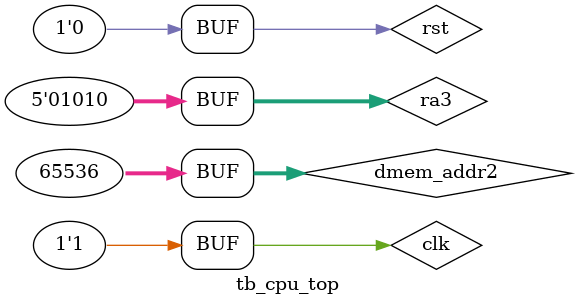
<source format=v>
`timescale 1ns / 1ps

module tb_cpu_top();

    reg clk;
    reg rst;
    
    reg [31:0] dmem_addr2;
    reg [4:0] ra3;
    
    wire [31:0] rd3;
    wire [31:0] dmem_data2;
    
    cpu_top_rvtests dut (
        .clk(clk),
        .rst(rst),
        .dmem_addr2(dmem_addr2),
        .ra3(ra3),
        .rd3(rd3),
        .dmem_data2(dmem_data2)
        );
    
    always begin
        clk = 0; #5;
        clk = 1; #5;
    end
    
    initial begin
        // Monitor the dmem_out2 value that is where the test results are outputted to.
        $monitor("%0t, %8h, %8h", $time, dmem_addr2, dmem_data2);
        #2;
        ra3 = 10; rst = 1; #10;
        rst = 0;
        
        dmem_addr2 = 32'h00010000; #15;
    end

endmodule

</source>
